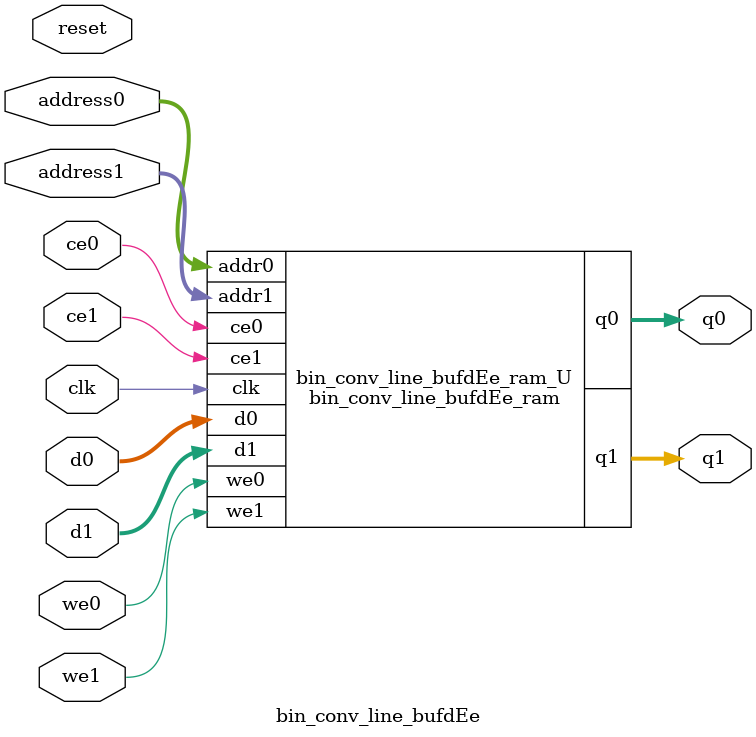
<source format=v>
`timescale 1 ns / 1 ps
module bin_conv_line_bufdEe_ram (addr0, ce0, d0, we0, q0, addr1, ce1, d1, we1, q1,  clk);

parameter DWIDTH = 2;
parameter AWIDTH = 5;
parameter MEM_SIZE = 20;

input[AWIDTH-1:0] addr0;
input ce0;
input[DWIDTH-1:0] d0;
input we0;
output reg[DWIDTH-1:0] q0;
input[AWIDTH-1:0] addr1;
input ce1;
input[DWIDTH-1:0] d1;
input we1;
output reg[DWIDTH-1:0] q1;
input clk;

(* ram_style = "block" *)reg [DWIDTH-1:0] ram[0:MEM_SIZE-1];




always @(posedge clk)  
begin 
    if (ce0) 
    begin
        if (we0) 
        begin 
            ram[addr0] <= d0; 
        end 
        q0 <= ram[addr0];
    end
end


always @(posedge clk)  
begin 
    if (ce1) 
    begin
        if (we1) 
        begin 
            ram[addr1] <= d1; 
        end 
        q1 <= ram[addr1];
    end
end


endmodule

`timescale 1 ns / 1 ps
module bin_conv_line_bufdEe(
    reset,
    clk,
    address0,
    ce0,
    we0,
    d0,
    q0,
    address1,
    ce1,
    we1,
    d1,
    q1);

parameter DataWidth = 32'd2;
parameter AddressRange = 32'd20;
parameter AddressWidth = 32'd5;
input reset;
input clk;
input[AddressWidth - 1:0] address0;
input ce0;
input we0;
input[DataWidth - 1:0] d0;
output[DataWidth - 1:0] q0;
input[AddressWidth - 1:0] address1;
input ce1;
input we1;
input[DataWidth - 1:0] d1;
output[DataWidth - 1:0] q1;



bin_conv_line_bufdEe_ram bin_conv_line_bufdEe_ram_U(
    .clk( clk ),
    .addr0( address0 ),
    .ce0( ce0 ),
    .we0( we0 ),
    .d0( d0 ),
    .q0( q0 ),
    .addr1( address1 ),
    .ce1( ce1 ),
    .we1( we1 ),
    .d1( d1 ),
    .q1( q1 ));

endmodule


</source>
